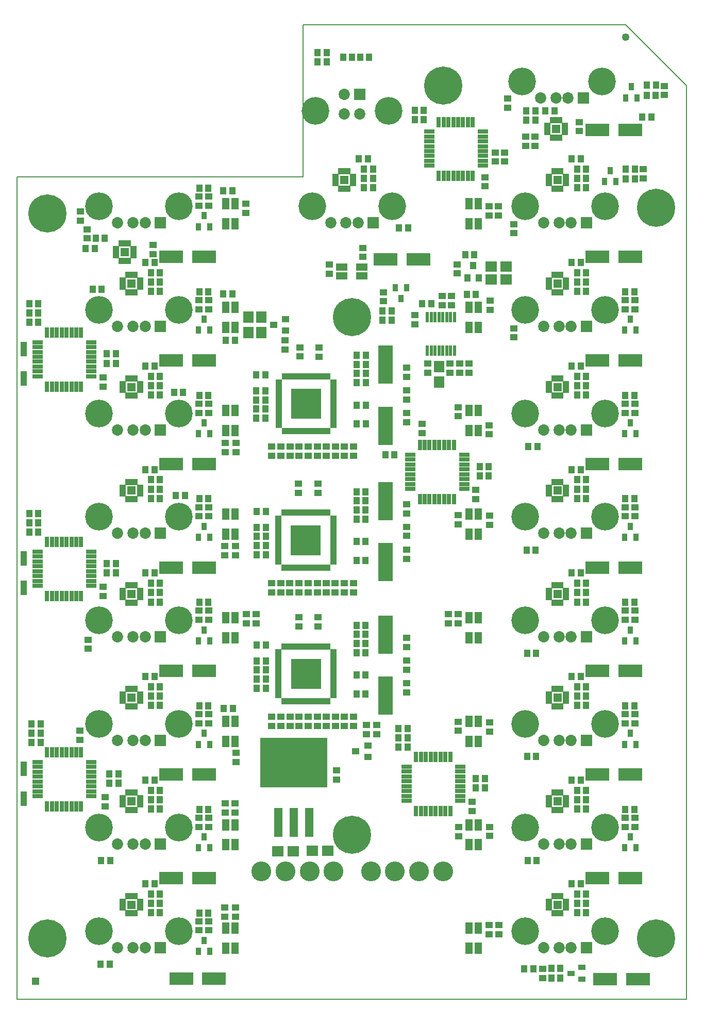
<source format=gbr>
%FSLAX35Y35*%
%MOIN*%
G04 EasyPC Gerber Version 18.0.8 Build 3632 *
%ADD94R,0.02102X0.04150*%
%ADD100R,0.02378X0.06512*%
%ADD114R,0.02969X0.06906*%
%ADD118R,0.03362X0.04543*%
%ADD112R,0.04150X0.04543*%
%ADD106R,0.04150X0.04937*%
%ADD121R,0.04150X0.09661*%
%ADD93R,0.04937X0.04937*%
%ADD115R,0.04937X0.07299*%
%ADD98R,0.05331X0.19110*%
%ADD110R,0.06906X0.07299*%
%ADD109R,0.09268X0.24622*%
%ADD116R,0.05724X0.05724*%
%ADD101R,0.07299X0.07299*%
%ADD96R,0.19504X0.19504*%
%ADD10C,0.00500*%
%ADD117C,0.03756*%
%ADD95R,0.04150X0.02102*%
%ADD113R,0.06906X0.02969*%
%ADD122R,0.04543X0.03362*%
%ADD111R,0.04543X0.04150*%
%ADD107R,0.04937X0.04150*%
%ADD120R,0.07299X0.04937*%
%ADD108R,0.07299X0.06906*%
%ADD119R,0.15173X0.08087*%
%ADD97C,0.04150*%
%ADD92C,0.04937*%
%ADD102C,0.07299*%
%ADD104C,0.12811*%
%ADD103C,0.17929*%
%ADD99R,0.43520X0.32102*%
%ADD105C,0.24622*%
X0Y0D02*
D02*
D10*
X39370Y39370D02*
Y570866D01*
X224409*
Y669291*
X433071*
X472441Y629921*
Y39370*
X39370*
D02*
D92*
X433071Y661417D03*
D02*
D93*
X51181Y51181D03*
D02*
D94*
X106063Y516673D03*
Y527894D03*
X108031Y516673D03*
Y527894D03*
X110000Y516673D03*
Y527894D03*
X110276Y94902D03*
Y106122D03*
Y161831D03*
Y173051D03*
Y228760D03*
Y239980D03*
Y295689D03*
Y306909D03*
Y362618D03*
Y373839D03*
Y429547D03*
Y440768D03*
Y496476D03*
Y507697D03*
X111969Y516673D03*
Y527894D03*
X112244Y94902D03*
Y106122D03*
Y161831D03*
Y173051D03*
Y228760D03*
Y239980D03*
Y295689D03*
Y306909D03*
Y362618D03*
Y373839D03*
Y429547D03*
Y440768D03*
Y496476D03*
Y507697D03*
X114213Y94902D03*
Y106122D03*
Y161831D03*
Y173051D03*
Y228760D03*
Y239980D03*
Y295689D03*
Y306909D03*
Y362618D03*
Y373839D03*
Y429547D03*
Y440768D03*
Y496476D03*
Y507697D03*
X116181Y94902D03*
Y106122D03*
Y161831D03*
Y173051D03*
Y228760D03*
Y239980D03*
Y295689D03*
Y306909D03*
Y362618D03*
Y373839D03*
Y429547D03*
Y440768D03*
Y496476D03*
Y507697D03*
X211339Y318465D03*
Y353898D03*
X211378Y232087D03*
Y267520D03*
X211457Y406654D03*
Y442087D03*
X213307Y318465D03*
Y353898D03*
X213346Y232087D03*
Y267520D03*
X213425Y406654D03*
Y442087D03*
X215276Y318465D03*
Y353898D03*
X215315Y232087D03*
Y267520D03*
X215394Y406654D03*
Y442087D03*
X217244Y318465D03*
Y353898D03*
X217283Y232087D03*
Y267520D03*
X217362Y406654D03*
Y442087D03*
X219213Y318465D03*
Y353898D03*
X219252Y232087D03*
Y267520D03*
X219331Y406654D03*
Y442087D03*
X221181Y318465D03*
Y353898D03*
X221220Y232087D03*
Y267520D03*
X221299Y406654D03*
Y442087D03*
X223150Y318465D03*
Y353898D03*
X223189Y232087D03*
Y267520D03*
X223268Y406654D03*
Y442087D03*
X225118Y318465D03*
Y353898D03*
X225157Y232087D03*
Y267520D03*
X225236Y406654D03*
Y442087D03*
X227087Y318465D03*
Y353898D03*
X227126Y232087D03*
Y267520D03*
X227205Y406654D03*
Y442087D03*
X229055Y318465D03*
Y353898D03*
X229094Y232087D03*
Y267520D03*
X229173Y406654D03*
Y442087D03*
X231024Y318465D03*
Y353898D03*
X231063Y232087D03*
Y267520D03*
X231142Y406654D03*
Y442087D03*
X232992Y318465D03*
Y353898D03*
X233031Y232087D03*
Y267520D03*
X233110Y406654D03*
Y442087D03*
X234961Y318465D03*
Y353898D03*
X235000Y232087D03*
Y267520D03*
X235079Y406654D03*
Y442087D03*
X236929Y318465D03*
Y353898D03*
X236969Y232087D03*
Y267520D03*
X237047Y406654D03*
Y442087D03*
X238898Y318465D03*
Y353898D03*
X238937Y232087D03*
Y267520D03*
X239016Y406654D03*
Y442087D03*
X240866Y318465D03*
Y353898D03*
X240906Y232087D03*
Y267520D03*
X240984Y406654D03*
Y442087D03*
X248071Y563406D03*
Y574626D03*
X250039Y563406D03*
Y574626D03*
X252008Y563406D03*
Y574626D03*
X253976Y563406D03*
Y574626D03*
X384921Y596437D03*
Y607657D03*
X385866Y94902D03*
Y106122D03*
Y161831D03*
Y173051D03*
Y228760D03*
Y239980D03*
Y295689D03*
Y306909D03*
Y362618D03*
Y373839D03*
Y429547D03*
Y440768D03*
Y496476D03*
Y507697D03*
Y563406D03*
Y574626D03*
X386890Y596437D03*
Y607657D03*
X387835Y94902D03*
Y106122D03*
Y161831D03*
Y173051D03*
Y228760D03*
Y239980D03*
Y295689D03*
Y306909D03*
Y362618D03*
Y373839D03*
Y429547D03*
Y440768D03*
Y496476D03*
Y507697D03*
Y563406D03*
Y574626D03*
X388858Y596437D03*
Y607657D03*
X389803Y94902D03*
Y106122D03*
Y161831D03*
Y173051D03*
Y228760D03*
Y239980D03*
Y295689D03*
Y306909D03*
Y362618D03*
Y373839D03*
Y429547D03*
Y440768D03*
Y496476D03*
Y507697D03*
Y563406D03*
Y574626D03*
X390827Y596437D03*
Y607657D03*
X391772Y94902D03*
Y106122D03*
Y161831D03*
Y173051D03*
Y228760D03*
Y239980D03*
Y295689D03*
Y306909D03*
Y362618D03*
Y373839D03*
Y429547D03*
Y440768D03*
Y496476D03*
Y507697D03*
Y563406D03*
Y574626D03*
D02*
D95*
X103406Y519331D03*
Y521299D03*
Y523268D03*
Y525236D03*
X107618Y97559D03*
Y99528D03*
Y101496D03*
Y103465D03*
Y164488D03*
Y166457D03*
Y168425D03*
Y170394D03*
Y231417D03*
Y233386D03*
Y235354D03*
Y237323D03*
Y298346D03*
Y300315D03*
Y302283D03*
Y304252D03*
Y365276D03*
Y367244D03*
Y369213D03*
Y371181D03*
Y432205D03*
Y434173D03*
Y436142D03*
Y438110D03*
Y499134D03*
Y501102D03*
Y503071D03*
Y505039D03*
X114626Y519331D03*
Y521299D03*
Y523268D03*
Y525236D03*
X118839Y97559D03*
Y99528D03*
Y101496D03*
Y103465D03*
Y164488D03*
Y166457D03*
Y168425D03*
Y170394D03*
Y231417D03*
Y233386D03*
Y235354D03*
Y237323D03*
Y298346D03*
Y300315D03*
Y302283D03*
Y304252D03*
Y365276D03*
Y367244D03*
Y369213D03*
Y371181D03*
Y432205D03*
Y434173D03*
Y436142D03*
Y438110D03*
Y499134D03*
Y501102D03*
Y503071D03*
Y505039D03*
X208386Y321417D03*
Y323386D03*
Y325354D03*
Y327323D03*
Y329291D03*
Y331260D03*
Y333228D03*
Y335197D03*
Y337165D03*
Y339134D03*
Y341102D03*
Y343071D03*
Y345039D03*
Y347008D03*
Y348976D03*
Y350945D03*
X208425Y235039D03*
Y237008D03*
Y238976D03*
Y240945D03*
Y242913D03*
Y244882D03*
Y246850D03*
Y248819D03*
Y250787D03*
Y252756D03*
Y254724D03*
Y256693D03*
Y258661D03*
Y260630D03*
Y262598D03*
Y264567D03*
X208504Y409606D03*
Y411575D03*
Y413543D03*
Y415512D03*
Y417480D03*
Y419449D03*
Y421417D03*
Y423386D03*
Y425354D03*
Y427323D03*
Y429291D03*
Y431260D03*
Y433228D03*
Y435197D03*
Y437165D03*
Y439134D03*
X243819Y321417D03*
Y323386D03*
Y325354D03*
Y327323D03*
Y329291D03*
Y331260D03*
Y333228D03*
Y335197D03*
Y337165D03*
Y339134D03*
Y341102D03*
Y343071D03*
Y345039D03*
Y347008D03*
Y348976D03*
Y350945D03*
X243858Y235039D03*
Y237008D03*
Y238976D03*
Y240945D03*
Y242913D03*
Y244882D03*
Y246850D03*
Y248819D03*
Y250787D03*
Y252756D03*
Y254724D03*
Y256693D03*
Y258661D03*
Y260630D03*
Y262598D03*
Y264567D03*
X243937Y409606D03*
Y411575D03*
Y413543D03*
Y415512D03*
Y417480D03*
Y419449D03*
Y421417D03*
Y423386D03*
Y425354D03*
Y427323D03*
Y429291D03*
Y431260D03*
Y433228D03*
Y435197D03*
Y437165D03*
Y439134D03*
X245413Y566063D03*
Y568031D03*
Y570000D03*
Y571969D03*
X256634Y566063D03*
Y568031D03*
Y570000D03*
Y571969D03*
X382264Y599094D03*
Y601063D03*
Y603031D03*
Y605000D03*
X383209Y97559D03*
Y99528D03*
Y101496D03*
Y103465D03*
Y164488D03*
Y166457D03*
Y168425D03*
Y170394D03*
Y231417D03*
Y233386D03*
Y235354D03*
Y237323D03*
Y298346D03*
Y300315D03*
Y302283D03*
Y304252D03*
Y365276D03*
Y367244D03*
Y369213D03*
Y371181D03*
Y432205D03*
Y434173D03*
Y436142D03*
Y438110D03*
Y499134D03*
Y501102D03*
Y503071D03*
Y505039D03*
Y566063D03*
Y568031D03*
Y570000D03*
Y571969D03*
X393484Y599094D03*
Y601063D03*
Y603031D03*
Y605000D03*
X394429Y97559D03*
Y99528D03*
Y101496D03*
Y103465D03*
Y164488D03*
Y166457D03*
Y168425D03*
Y170394D03*
Y231417D03*
Y233386D03*
Y235354D03*
Y237323D03*
Y298346D03*
Y300315D03*
Y302283D03*
Y304252D03*
Y365276D03*
Y367244D03*
Y369213D03*
Y371181D03*
Y432205D03*
Y434173D03*
Y436142D03*
Y438110D03*
Y499134D03*
Y501102D03*
Y503071D03*
Y505039D03*
Y566063D03*
Y568031D03*
Y570000D03*
Y571969D03*
D02*
D96*
X226102Y336181D03*
X226142Y249803D03*
X226220Y424370D03*
D02*
D97*
X219016Y329094D03*
Y333819D03*
Y338543D03*
Y343268D03*
X219055Y242717D03*
Y247441D03*
Y252165D03*
Y256890D03*
X219134Y417283D03*
Y422008D03*
Y426732D03*
Y431457D03*
X223740Y329094D03*
Y333819D03*
Y338543D03*
Y343268D03*
X223780Y242717D03*
Y247441D03*
Y252165D03*
Y256890D03*
X223858Y417283D03*
Y422008D03*
Y426732D03*
Y431457D03*
X228465Y329094D03*
Y333819D03*
Y338543D03*
Y343268D03*
X228504Y242717D03*
Y247441D03*
Y252165D03*
Y256890D03*
X228583Y417283D03*
Y422008D03*
Y426732D03*
Y431457D03*
X233189Y329094D03*
Y333819D03*
Y338543D03*
Y343268D03*
X233228Y242717D03*
Y247441D03*
Y252165D03*
Y256890D03*
X233307Y417283D03*
Y422008D03*
Y426732D03*
Y431457D03*
D02*
D98*
X208268Y153602D03*
X218268D03*
X228268D03*
D02*
D99*
X218169Y192382D03*
D02*
D100*
X304675Y458583D03*
Y480236D03*
X307175Y458583D03*
Y480236D03*
X309675Y458583D03*
Y480236D03*
X312175Y458583D03*
Y480236D03*
X314675Y458583D03*
Y480236D03*
X317175Y458583D03*
Y480236D03*
X319675Y458583D03*
Y480236D03*
X322175Y458583D03*
Y480236D03*
D02*
D101*
X131969Y72835D03*
Y139764D03*
Y206693D03*
Y273622D03*
Y340551D03*
Y407480D03*
Y474409D03*
Y541339D03*
X260827Y624409D03*
X269764Y541339D03*
X405591Y622047D03*
X407559Y72835D03*
Y139764D03*
Y206693D03*
Y273622D03*
Y340551D03*
Y407480D03*
Y474409D03*
Y541339D03*
D02*
D102*
X104409Y72835D03*
Y139764D03*
Y206693D03*
Y273622D03*
Y340551D03*
Y407480D03*
Y474409D03*
Y541339D03*
X114252Y72835D03*
Y139764D03*
Y206693D03*
Y273622D03*
Y340551D03*
Y407480D03*
Y474409D03*
Y541339D03*
X122126Y72835D03*
Y139764D03*
Y206693D03*
Y273622D03*
Y340551D03*
Y407480D03*
Y474409D03*
Y541339D03*
X242205D03*
X250984Y611811D03*
Y624409D03*
X252047Y541339D03*
X259921D03*
X260827Y611811D03*
X378031Y622047D03*
X380000Y72835D03*
Y139764D03*
Y206693D03*
Y273622D03*
Y340551D03*
Y407480D03*
Y474409D03*
Y541339D03*
X387874Y622047D03*
X389843Y72835D03*
Y139764D03*
Y206693D03*
Y273622D03*
Y340551D03*
Y407480D03*
Y474409D03*
Y541339D03*
X395748Y622047D03*
X397717Y72835D03*
Y139764D03*
Y206693D03*
Y273622D03*
Y340551D03*
Y407480D03*
Y474409D03*
Y541339D03*
D02*
D103*
X92323Y83504D03*
Y150433D03*
Y217362D03*
Y284291D03*
Y351220D03*
Y418150D03*
Y485079D03*
Y552008D03*
X144055Y83504D03*
Y150433D03*
Y217362D03*
Y284291D03*
Y351220D03*
Y418150D03*
Y485079D03*
Y552008D03*
X230118D03*
X232205Y613780D03*
X279606D03*
X281850Y552008D03*
X365945Y632717D03*
X367913Y83504D03*
Y150433D03*
Y217362D03*
Y284291D03*
Y351220D03*
Y418150D03*
Y485079D03*
Y552008D03*
X417677Y632717D03*
X419646Y83504D03*
Y150433D03*
Y217362D03*
Y284291D03*
Y351220D03*
Y418150D03*
Y485079D03*
Y552008D03*
D02*
D104*
X197283Y122047D03*
X212874D03*
X228465D03*
X244055D03*
X268150D03*
X283740D03*
X299331D03*
X314921D03*
D02*
D105*
X59055Y78740D03*
Y547244D03*
X255906Y145669D03*
Y480315D03*
X314961Y629921D03*
X452756Y78740D03*
Y551181D03*
D02*
D106*
X47146Y341476D03*
Y347480D03*
Y353484D03*
Y476870D03*
Y482874D03*
Y488878D03*
X48681Y205453D03*
Y211457D03*
Y217461D03*
X53051Y341476D03*
Y347480D03*
Y353484D03*
Y476870D03*
Y482874D03*
Y488878D03*
X54587Y205453D03*
Y211457D03*
Y217461D03*
X83543Y524803D03*
X88150Y498228D03*
X89449Y524803D03*
X90118Y531496D03*
X93307Y62008D03*
X93602Y129035D03*
X94055Y498228D03*
X96024Y531496D03*
X97362Y315118D03*
Y321142D03*
Y450512D03*
Y456535D03*
X98898Y179094D03*
Y185118D03*
X99213Y62008D03*
X99508Y129035D03*
X103268Y315118D03*
Y321142D03*
Y450512D03*
Y456535D03*
X104803Y179094D03*
Y185118D03*
X122441Y114134D03*
Y181063D03*
Y247992D03*
Y314921D03*
Y381850D03*
Y448780D03*
Y515709D03*
X125866Y95394D03*
Y101457D03*
Y107520D03*
Y162323D03*
Y168386D03*
Y174449D03*
Y229252D03*
Y235315D03*
Y241378D03*
Y296181D03*
Y302244D03*
Y308307D03*
Y363110D03*
Y369173D03*
Y375236D03*
Y430039D03*
Y436102D03*
Y442165D03*
Y496969D03*
Y503031D03*
Y509094D03*
X128346Y114134D03*
Y181063D03*
Y247992D03*
Y314921D03*
Y381850D03*
Y448780D03*
Y515709D03*
X131772Y95394D03*
Y101457D03*
Y107520D03*
Y162323D03*
Y168386D03*
Y174449D03*
Y229252D03*
Y235315D03*
Y241378D03*
Y296181D03*
Y302244D03*
Y308307D03*
Y363110D03*
Y369173D03*
Y375236D03*
Y430039D03*
Y436102D03*
Y442165D03*
Y496969D03*
Y503031D03*
Y509094D03*
X140846Y431594D03*
X142087Y364921D03*
X146752Y431594D03*
X147992Y364921D03*
X157126Y95157D03*
Y162087D03*
Y229016D03*
Y295945D03*
Y362874D03*
Y429803D03*
Y496732D03*
Y563661D03*
X163031Y95157D03*
Y162087D03*
Y229016D03*
Y295945D03*
Y362874D03*
Y429803D03*
Y496732D03*
Y563661D03*
X172677Y495197D03*
X172736Y562008D03*
X172913Y227402D03*
X174213Y465512D03*
X178583Y495197D03*
X178642Y562008D03*
X178819Y227402D03*
X180118Y465512D03*
X194016Y414961D03*
Y420866D03*
Y426772D03*
Y432677D03*
Y443031D03*
X194390Y326772D03*
Y332677D03*
Y338583D03*
Y344488D03*
Y354823D03*
X194429Y240394D03*
Y246299D03*
Y252205D03*
Y258110D03*
Y268445D03*
X199921Y414961D03*
Y420866D03*
Y426772D03*
Y432677D03*
Y443031D03*
X200295Y326772D03*
Y332677D03*
Y338583D03*
Y344488D03*
Y354823D03*
X200335Y240394D03*
Y246299D03*
Y252205D03*
Y258110D03*
Y268445D03*
X233543Y645315D03*
X233583Y651496D03*
X239449Y645315D03*
X239488Y651496D03*
X250157Y648386D03*
X256063D03*
X258780Y323110D03*
Y335276D03*
Y349764D03*
Y355669D03*
Y361575D03*
Y367480D03*
X258819Y236732D03*
Y248898D03*
Y263386D03*
Y269291D03*
Y275197D03*
Y281102D03*
X258898Y411299D03*
Y423465D03*
Y437953D03*
Y443858D03*
Y449764D03*
Y455669D03*
X260236Y582638D03*
X261181Y648425D03*
X263661Y563898D03*
Y569961D03*
Y576024D03*
X264685Y323110D03*
Y335276D03*
Y349764D03*
Y355669D03*
Y361575D03*
Y367480D03*
X264724Y236732D03*
Y248898D03*
Y263386D03*
Y269291D03*
Y275197D03*
Y281102D03*
X264803Y411299D03*
Y423465D03*
Y437953D03*
Y443858D03*
Y449764D03*
Y455669D03*
X266142Y582638D03*
X267087Y648425D03*
X269567Y563898D03*
Y569961D03*
Y576024D03*
X275591Y478228D03*
X275709Y484370D03*
X277461Y391437D03*
X281496Y478228D03*
X281614Y484370D03*
X283366Y391437D03*
X285886Y202461D03*
Y208465D03*
Y214469D03*
X286220Y537894D03*
X291791Y202461D03*
Y208465D03*
Y214469D03*
X292126Y537894D03*
X296496Y608071D03*
Y613976D03*
X301280Y488976D03*
X302402Y608071D03*
Y613976D03*
X307185Y488976D03*
X329134Y520768D03*
X330157Y494882D03*
X335039Y520768D03*
X336063Y494882D03*
X336102Y176102D03*
Y182126D03*
X338465Y377756D03*
Y383780D03*
X342008Y176102D03*
Y182126D03*
X344370Y377756D03*
Y383780D03*
X367362Y58858D03*
X368661Y607717D03*
Y613622D03*
X368848Y329774D03*
X369134Y196339D03*
Y262953D03*
X369488Y129016D03*
X369882Y396604D03*
X373268Y58858D03*
X374567Y607717D03*
Y613622D03*
X374754Y329774D03*
X375039Y196339D03*
Y262953D03*
X375394Y129016D03*
X375787Y396604D03*
X381063Y613622D03*
X384803Y52953D03*
Y59370D03*
X386969Y613622D03*
X390709Y52953D03*
Y59370D03*
X398031Y114134D03*
Y181063D03*
Y247992D03*
Y314921D03*
Y381850D03*
Y448780D03*
Y515709D03*
Y582638D03*
X401457Y95394D03*
Y101457D03*
Y107520D03*
Y162323D03*
Y168386D03*
Y174449D03*
Y229252D03*
Y235315D03*
Y241378D03*
Y296181D03*
Y302244D03*
Y308307D03*
Y363110D03*
Y369173D03*
Y375236D03*
Y430039D03*
Y436102D03*
Y442165D03*
Y496969D03*
Y503031D03*
Y509094D03*
Y563898D03*
Y569961D03*
Y576024D03*
X403937Y114134D03*
Y181063D03*
Y247992D03*
Y314921D03*
Y381850D03*
Y448780D03*
Y515709D03*
Y582638D03*
X407362Y95394D03*
Y101457D03*
Y107520D03*
Y162323D03*
Y168386D03*
Y174449D03*
Y229252D03*
Y235315D03*
Y241378D03*
Y296181D03*
Y302244D03*
Y308307D03*
Y363110D03*
Y369173D03*
Y375236D03*
Y430039D03*
Y436102D03*
Y442165D03*
Y496969D03*
Y503031D03*
Y509094D03*
Y563898D03*
Y569961D03*
Y576024D03*
X432717Y162087D03*
Y229016D03*
Y295945D03*
Y362874D03*
Y429803D03*
Y496732D03*
X432874Y569665D03*
Y576083D03*
X438622Y162087D03*
Y229016D03*
Y295945D03*
Y362874D03*
Y429803D03*
Y496732D03*
X438780Y569665D03*
Y576083D03*
X443701Y609646D03*
X446516Y623839D03*
X446555Y630217D03*
X449606Y609646D03*
X452421Y623839D03*
X452461Y630217D03*
D02*
D107*
X79823Y207087D03*
Y212992D03*
X80118Y542756D03*
Y548661D03*
X84528Y531260D03*
Y537165D03*
X85276Y265866D03*
Y271772D03*
X94783Y300039D03*
Y305945D03*
Y435433D03*
Y441339D03*
X96319Y164016D03*
Y169921D03*
X127283Y521181D03*
Y527087D03*
X157008Y83858D03*
Y89764D03*
Y150787D03*
Y156693D03*
Y217717D03*
Y223622D03*
Y284646D03*
Y290551D03*
Y351575D03*
Y357480D03*
Y418504D03*
Y424409D03*
Y485433D03*
Y491339D03*
Y552362D03*
Y558268D03*
X163425Y83858D03*
Y89764D03*
Y150787D03*
Y156693D03*
Y217717D03*
Y223622D03*
Y284646D03*
Y290551D03*
Y351575D03*
Y357480D03*
Y418504D03*
Y424409D03*
Y485433D03*
Y491339D03*
Y552362D03*
Y558268D03*
X173701Y326339D03*
Y332244D03*
X173720Y92835D03*
Y98740D03*
X173780Y393110D03*
Y399016D03*
X173937Y160000D03*
Y165906D03*
X180433Y160079D03*
Y165984D03*
X180512Y92638D03*
Y98543D03*
X180709Y326299D03*
Y332205D03*
X180906Y393189D03*
Y399094D03*
X180945Y192677D03*
Y198583D03*
X187402Y547736D03*
Y553642D03*
X187756Y282480D03*
Y288386D03*
X194055Y282480D03*
Y288386D03*
X203937Y302480D03*
Y308386D03*
X203976Y216102D03*
Y222008D03*
X204055Y390669D03*
Y396575D03*
X209843Y302480D03*
Y308386D03*
X209882Y216102D03*
Y222008D03*
X209961Y390669D03*
Y396575D03*
X212480Y459449D03*
Y465354D03*
X215748Y302480D03*
Y308386D03*
X215787Y216102D03*
Y222008D03*
X215866Y390669D03*
Y396575D03*
X221417Y366693D03*
Y372598D03*
X221457Y280315D03*
Y286220D03*
X221654Y302480D03*
Y308386D03*
X221693Y216102D03*
Y222008D03*
X221772Y390669D03*
Y396575D03*
X222205Y454882D03*
Y460787D03*
X227559Y302480D03*
Y308386D03*
X227598Y216102D03*
Y222008D03*
X227677Y390669D03*
Y396575D03*
X233465Y302480D03*
Y308386D03*
X233504Y216102D03*
Y222008D03*
X233583Y390669D03*
Y396575D03*
X233819Y366693D03*
Y372598D03*
X233858Y280315D03*
Y286220D03*
X234764Y454803D03*
Y460709D03*
X239173Y302480D03*
Y308386D03*
X239213Y216102D03*
Y222008D03*
X239291Y390669D03*
Y396575D03*
X241339Y508307D03*
Y514213D03*
X245079Y302480D03*
Y308386D03*
X245118Y216102D03*
Y222008D03*
X245197Y390669D03*
Y396575D03*
X245945Y181339D03*
Y187244D03*
X250984Y302480D03*
Y308386D03*
X251024Y216102D03*
Y222008D03*
X251102Y390669D03*
Y396575D03*
X256890Y302480D03*
Y308386D03*
X256929Y216102D03*
Y222008D03*
X257008Y390669D03*
Y396575D03*
X262795Y519252D03*
Y525157D03*
X265394Y210669D03*
Y216575D03*
X271850Y210709D03*
Y216614D03*
X276339Y490591D03*
Y496496D03*
X291142Y324134D03*
Y330039D03*
Y338898D03*
Y344803D03*
Y353465D03*
Y359370D03*
X291181Y237756D03*
Y243661D03*
Y252520D03*
Y258425D03*
Y267087D03*
Y272992D03*
X291260Y412323D03*
Y418228D03*
Y427087D03*
Y432992D03*
Y441654D03*
Y447559D03*
X296752Y475787D03*
Y481693D03*
X301280Y405315D03*
Y411220D03*
X304961Y444449D03*
Y450354D03*
X314370Y488189D03*
Y494094D03*
X318307Y282480D03*
Y288386D03*
X319370Y444449D03*
Y450354D03*
X320354Y488189D03*
Y494094D03*
X323819Y508563D03*
Y514469D03*
X324508Y282480D03*
Y288386D03*
X324606Y212894D03*
Y218799D03*
Y416240D03*
Y422146D03*
X324646Y346358D03*
Y352264D03*
X324803Y144803D03*
Y150709D03*
X325591Y444390D03*
Y450295D03*
X331693Y444390D03*
Y450295D03*
X333524Y161024D03*
Y166929D03*
X335886Y362677D03*
Y368583D03*
X341831Y564862D03*
Y570768D03*
X344587Y545965D03*
Y551870D03*
X344685Y81496D03*
Y87402D03*
Y404606D03*
Y410512D03*
X344783Y144882D03*
Y150787D03*
Y346161D03*
Y352067D03*
X344882Y212402D03*
Y218307D03*
X345374Y485138D03*
Y491043D03*
X348622Y580906D03*
Y586811D03*
X350689Y545965D03*
Y551870D03*
X350984Y81496D03*
Y87402D03*
X354626Y580906D03*
Y586811D03*
X356496Y615650D03*
Y621555D03*
X360748Y467283D03*
Y473189D03*
Y534606D03*
Y540512D03*
X368228Y591142D03*
Y597047D03*
X374134Y591142D03*
Y597047D03*
X379409Y53071D03*
Y58976D03*
X403071Y600551D03*
Y606457D03*
X432598Y150787D03*
Y156693D03*
Y217717D03*
Y223622D03*
Y284646D03*
Y290551D03*
Y351575D03*
Y357480D03*
Y418504D03*
Y424409D03*
Y485433D03*
Y491339D03*
X439016Y150787D03*
Y156693D03*
Y217717D03*
Y223622D03*
Y284646D03*
Y290551D03*
Y351575D03*
Y357480D03*
Y418504D03*
Y424409D03*
Y485433D03*
Y491339D03*
X444173Y570059D03*
Y575965D03*
X457972Y623917D03*
Y629823D03*
D02*
D108*
X208071Y134882D03*
X217913D03*
X230394Y135197D03*
X240236D03*
X345866Y504724D03*
Y513110D03*
X355709Y504724D03*
Y513110D03*
D02*
D109*
X277598Y321969D03*
Y361339D03*
X277638Y235591D03*
Y274961D03*
X277717Y410157D03*
Y449528D03*
D02*
D110*
X188976Y470472D03*
Y480315D03*
X197244Y470472D03*
Y480315D03*
X312126Y438504D03*
Y448346D03*
D02*
D111*
X205118Y475354D03*
X212992Y471614D03*
Y479094D03*
X258307Y199764D03*
X266181Y196024D03*
Y203504D03*
D02*
D112*
X330472Y505787D03*
X334213Y513661D03*
X337953Y505787D03*
D02*
D113*
X52500Y170669D03*
Y173819D03*
Y176969D03*
Y180118D03*
Y183268D03*
Y186417D03*
Y189567D03*
Y192717D03*
Y306693D03*
Y309843D03*
Y312992D03*
Y316142D03*
Y319291D03*
Y322441D03*
Y325591D03*
Y328740D03*
Y442087D03*
Y445236D03*
Y448386D03*
Y451535D03*
Y454685D03*
Y457835D03*
Y460984D03*
Y464134D03*
X87343Y170669D03*
Y173819D03*
Y176969D03*
Y180118D03*
Y183268D03*
Y186417D03*
Y189567D03*
Y192717D03*
Y306693D03*
Y309843D03*
Y312992D03*
Y316142D03*
Y319291D03*
Y322441D03*
Y325591D03*
Y328740D03*
Y442087D03*
Y445236D03*
Y448386D03*
Y451535D03*
Y454685D03*
Y457835D03*
Y460984D03*
Y464134D03*
X291240Y167677D03*
Y170827D03*
Y173976D03*
Y177126D03*
Y180276D03*
Y183425D03*
Y186575D03*
Y189724D03*
X293602Y369331D03*
Y372480D03*
Y375630D03*
Y378780D03*
Y381929D03*
Y385079D03*
Y388228D03*
Y391378D03*
X305807Y578248D03*
Y581398D03*
Y584547D03*
Y587697D03*
Y590846D03*
Y593996D03*
Y597146D03*
Y600295D03*
X326083Y167677D03*
Y170827D03*
Y173976D03*
Y177126D03*
Y180276D03*
Y183425D03*
Y186575D03*
Y189724D03*
X328445Y369331D03*
Y372480D03*
Y375630D03*
Y378780D03*
Y381929D03*
Y385079D03*
Y388228D03*
Y391378D03*
X340650Y578248D03*
Y581398D03*
Y584547D03*
Y587697D03*
Y590846D03*
Y593996D03*
Y597146D03*
Y600295D03*
D02*
D114*
X58701Y164075D03*
Y198917D03*
Y300098D03*
Y334941D03*
Y435492D03*
Y470335D03*
X61850Y164075D03*
Y198917D03*
Y300098D03*
Y334941D03*
Y435492D03*
Y470335D03*
X65000Y164075D03*
Y198917D03*
Y300098D03*
Y334941D03*
Y435492D03*
Y470335D03*
X68150Y164075D03*
Y198917D03*
Y300098D03*
Y334941D03*
Y435492D03*
Y470335D03*
X71299Y164075D03*
Y198917D03*
Y300098D03*
Y334941D03*
Y435492D03*
Y470335D03*
X74449Y164075D03*
Y198917D03*
Y300098D03*
Y334941D03*
Y435492D03*
Y470335D03*
X77598Y164075D03*
Y198917D03*
Y300098D03*
Y334941D03*
Y435492D03*
Y470335D03*
X80748Y164075D03*
Y198917D03*
Y300098D03*
Y334941D03*
Y435492D03*
Y470335D03*
X297441Y161083D03*
Y195925D03*
X299803Y362736D03*
Y397579D03*
X300591Y161083D03*
Y195925D03*
X302953Y362736D03*
Y397579D03*
X303740Y161083D03*
Y195925D03*
X306102Y362736D03*
Y397579D03*
X306890Y161083D03*
Y195925D03*
X309252Y362736D03*
Y397579D03*
X310039Y161083D03*
Y195925D03*
X312008Y571654D03*
Y606496D03*
X312402Y362736D03*
Y397579D03*
X313189Y161083D03*
Y195925D03*
X315157Y571654D03*
Y606496D03*
X315551Y362736D03*
Y397579D03*
X316339Y161083D03*
Y195925D03*
X318307Y571654D03*
Y606496D03*
X318701Y362736D03*
Y397579D03*
X319488Y161083D03*
Y195925D03*
X321457Y571654D03*
Y606496D03*
X321850Y362736D03*
Y397579D03*
X324606Y571654D03*
Y606496D03*
X327756Y571654D03*
Y606496D03*
X330906Y571654D03*
Y606496D03*
X334055Y571654D03*
Y606496D03*
D02*
D115*
X174213Y72264D03*
Y85236D03*
Y139193D03*
Y152165D03*
Y206122D03*
Y219094D03*
Y273051D03*
Y286024D03*
Y339980D03*
Y352953D03*
Y406909D03*
Y419882D03*
Y473839D03*
Y486811D03*
Y540768D03*
Y553740D03*
X180118Y72264D03*
Y85236D03*
Y139193D03*
Y152165D03*
Y206122D03*
Y219094D03*
Y273051D03*
Y286024D03*
Y339980D03*
Y352953D03*
Y406909D03*
Y419882D03*
Y473839D03*
Y486811D03*
Y540768D03*
Y553740D03*
X331693Y72264D03*
Y85236D03*
Y139193D03*
Y152165D03*
Y206122D03*
Y219094D03*
Y273051D03*
Y286024D03*
Y339980D03*
Y352953D03*
Y406909D03*
Y419882D03*
Y473839D03*
Y486811D03*
Y540768D03*
Y553740D03*
X337598Y72264D03*
Y85236D03*
Y139193D03*
Y152165D03*
Y206122D03*
Y219094D03*
Y273051D03*
Y286024D03*
Y339980D03*
Y352953D03*
Y406909D03*
Y419882D03*
Y473839D03*
Y486811D03*
Y540768D03*
Y553740D03*
D02*
D116*
X109016Y522283D03*
X113228Y100512D03*
Y167441D03*
Y234370D03*
Y301299D03*
Y368228D03*
Y435157D03*
Y502087D03*
X251024Y569016D03*
X387874Y602047D03*
X388819Y100512D03*
Y167441D03*
Y234370D03*
Y301299D03*
Y368228D03*
Y435157D03*
Y502087D03*
Y569016D03*
D02*
D117*
X109016Y522283D03*
X113228Y100512D03*
Y167441D03*
Y234370D03*
Y301299D03*
Y368228D03*
Y435157D03*
Y502087D03*
X251024Y569016D03*
X387874Y602047D03*
X388819Y100512D03*
Y167441D03*
Y234370D03*
Y301299D03*
Y368228D03*
Y435157D03*
Y502087D03*
Y569016D03*
D02*
D118*
X156575Y70315D03*
Y137244D03*
Y204173D03*
Y271102D03*
Y338031D03*
Y404961D03*
Y471890D03*
Y538819D03*
X160315Y77402D03*
Y144331D03*
Y211260D03*
Y278189D03*
Y345118D03*
Y412047D03*
Y478976D03*
Y545906D03*
X164055Y70315D03*
Y137244D03*
Y204173D03*
Y271102D03*
Y338031D03*
Y404961D03*
Y471890D03*
Y538819D03*
X283780Y499449D03*
X287520Y492362D03*
X291260Y499449D03*
X419173Y567953D03*
X422913Y575039D03*
X426654Y567953D03*
X432165Y137244D03*
Y204173D03*
Y271102D03*
Y338031D03*
Y404961D03*
Y471890D03*
X432874Y622126D03*
X435906Y144331D03*
Y211260D03*
Y278189D03*
Y345118D03*
Y412047D03*
Y478976D03*
X436614Y629213D03*
X439646Y137244D03*
Y204173D03*
Y271102D03*
Y338031D03*
Y404961D03*
Y471890D03*
X440354Y622126D03*
D02*
D119*
X138976Y117717D03*
Y184646D03*
Y251575D03*
Y318504D03*
Y385433D03*
Y452362D03*
Y519291D03*
X145472Y52677D03*
X160236Y117717D03*
Y184646D03*
Y251575D03*
Y318504D03*
Y385433D03*
Y452362D03*
Y519291D03*
X166732Y52677D03*
X277756Y517756D03*
X299016D03*
X414567Y117717D03*
Y184646D03*
Y251575D03*
Y318504D03*
Y385433D03*
Y452362D03*
Y519291D03*
Y601496D03*
X419567Y52520D03*
X435827Y117717D03*
Y184646D03*
Y251575D03*
Y318504D03*
Y385433D03*
Y452362D03*
Y519291D03*
Y601496D03*
X440827Y52520D03*
D02*
D120*
X249429Y506890D03*
Y512795D03*
X262402Y506890D03*
Y512795D03*
D02*
D121*
X43622Y169173D03*
Y188307D03*
Y305197D03*
Y324331D03*
Y440591D03*
Y459724D03*
D02*
D122*
X397480Y56181D03*
X404567Y52441D03*
Y59921D03*
X0Y0D02*
M02*

</source>
